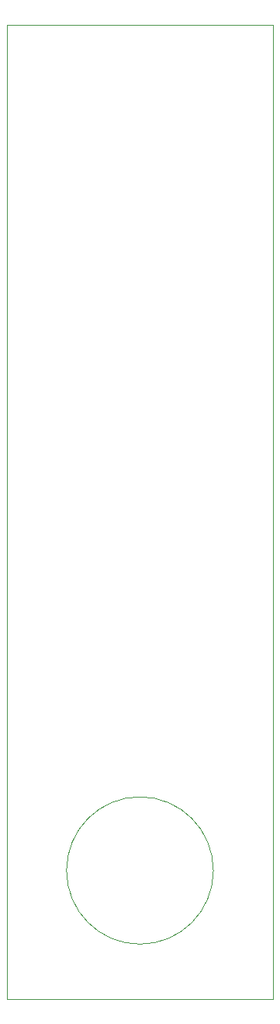
<source format=gm1>
G04 #@! TF.FileFunction,Profile,NP*
%FSLAX46Y46*%
G04 Gerber Fmt 4.6, Leading zero omitted, Abs format (unit mm)*
G04 Created by KiCad (PCBNEW (2016-08-20 BZR 7083)-product) date Sun Feb  5 21:12:02 2017*
%MOMM*%
%LPD*%
G01*
G04 APERTURE LIST*
%ADD10C,0.100000*%
G04 APERTURE END LIST*
D10*
X22515610Y14000000D02*
G75*
G03X22515610Y14000000I-8015610J0D01*
G01*
X0Y106000000D02*
X0Y0D01*
X29000000Y106000000D02*
X0Y106000000D01*
X29000000Y0D02*
X29000000Y106000000D01*
X0Y0D02*
X29000000Y0D01*
M02*

</source>
